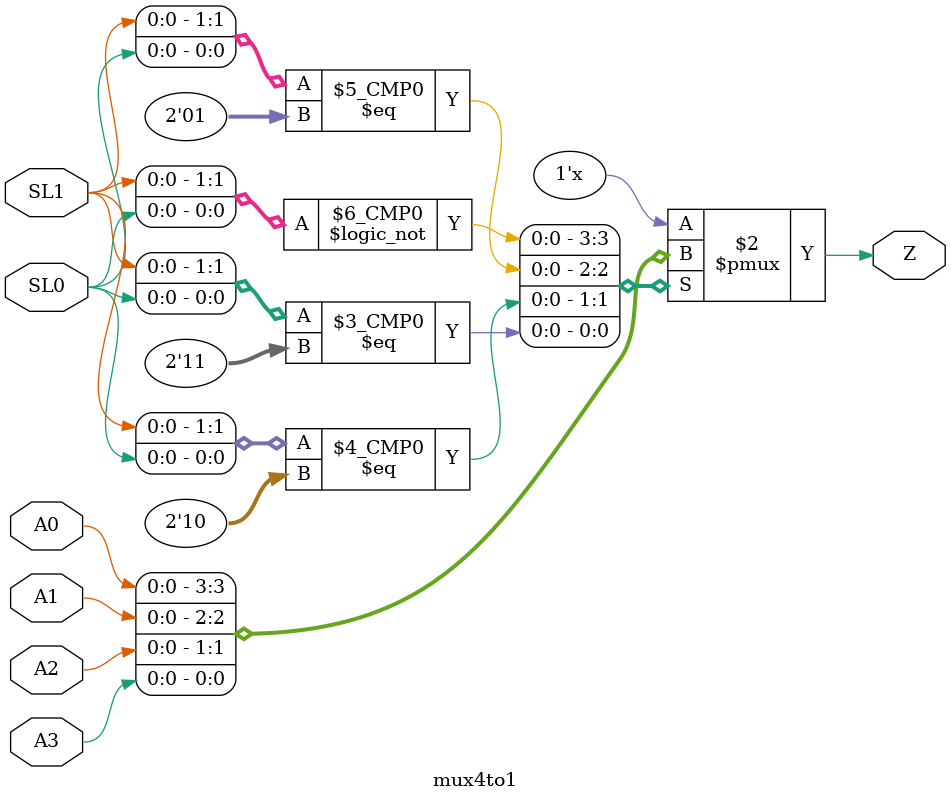
<source format=v>
`timescale 1ns/1ps 


module left_shifter_N_path 
       (
       sl_i,     // The operand that should be left shifted
       lzp,       // The amount of shifting
       sl_o      // The shift out
       );

input  [-1:52]  sl_i;
input  [ 5:0 ]  lzp;
output [-1:52]  sl_o;

wire [-1:52] sl_o ;
// ************************************
// wires to the outputs of level 1.
// ************************************
wire sl1_52, sl1_51, sl1_50, 
     sl1_49, sl1_48, sl1_47, sl1_46, sl1_45, sl1_44, sl1_43, sl1_42, sl1_41, sl1_40,
     sl1_39, sl1_38, sl1_37, sl1_36, sl1_35, sl1_34, sl1_33, sl1_32, sl1_31, sl1_30,
     sl1_29, sl1_28, sl1_27, sl1_26, sl1_25, sl1_24, sl1_23, sl1_22, sl1_21, sl1_20,
     sl1_19, sl1_18, sl1_17, sl1_16, sl1_15, sl1_14, sl1_13, sl1_12, sl1_11, sl1_10,
     sl1_9 , sl1_8 , sl1_7 , sl1_6 , sl1_5 , sl1_4 , sl1_3 , sl1_2 , sl1_1 , sl1_0 , sl1_n1;

// ************************************
// wires to the outputs of level 2.
// ************************************
wire sl2_52, sl2_51, sl2_50, 
     sl2_49, sl2_48, sl2_47, sl2_46, sl2_45, sl2_44, sl2_43, sl2_42, sl2_41, sl2_40,
     sl2_39, sl2_38, sl2_37, sl2_36, sl2_35, sl2_34, sl2_33, sl2_32, sl2_31, sl2_30,
     sl2_29, sl2_28, sl2_27, sl2_26, sl2_25, sl2_24, sl2_23, sl2_22, sl2_21, sl2_20,
     sl2_19, sl2_18, sl2_17, sl2_16, sl2_15, sl2_14, sl2_13, sl2_12, sl2_11, sl2_10,
     sl2_9 , sl2_8 , sl2_7 , sl2_6 , sl2_5 , sl2_4 , sl2_3 , sl2_2 , sl2_1 , sl2_0 , sl2_n1;
 


// ***************************
//   THE FIRST LEVEL
// ***************************
mux4to1 l1_52 (.Z(sl1_52),.SL1(lzp[1]),.SL0(lzp[0]),.A0(sl_i[52]), .A1(  1'b0  ), .A2(  1'b0  ), .A3(  1'b0  ) );
mux4to1 l1_51 (.Z(sl1_51),.SL1(lzp[1]),.SL0(lzp[0]),.A0(sl_i[51]), .A1(sl_i[52]), .A2(  1'b0  ), .A3(  1'b0  ) );
mux4to1 l1_50 (.Z(sl1_50),.SL1(lzp[1]),.SL0(lzp[0]),.A0(sl_i[50]), .A1(sl_i[51]), .A2(sl_i[52]), .A3(  1'b0  ) );
mux4to1 l1_49 (.Z(sl1_49),.SL1(lzp[1]),.SL0(lzp[0]),.A0(sl_i[49]), .A1(sl_i[50]), .A2(sl_i[51]), .A3(sl_i[52]) );
mux4to1 l1_48 (.Z(sl1_48),.SL1(lzp[1]),.SL0(lzp[0]),.A0(sl_i[48]), .A1(sl_i[49]), .A2(sl_i[50]), .A3(sl_i[51]) );
mux4to1 l1_47 (.Z(sl1_47),.SL1(lzp[1]),.SL0(lzp[0]),.A0(sl_i[47]), .A1(sl_i[48]), .A2(sl_i[49]), .A3(sl_i[50]) );
mux4to1 l1_46 (.Z(sl1_46),.SL1(lzp[1]),.SL0(lzp[0]),.A0(sl_i[46]), .A1(sl_i[47]), .A2(sl_i[48]), .A3(sl_i[49]) );
mux4to1 l1_45 (.Z(sl1_45),.SL1(lzp[1]),.SL0(lzp[0]),.A0(sl_i[45]), .A1(sl_i[46]), .A2(sl_i[47]), .A3(sl_i[48]) );
mux4to1 l1_44 (.Z(sl1_44),.SL1(lzp[1]),.SL0(lzp[0]),.A0(sl_i[44]), .A1(sl_i[45]), .A2(sl_i[46]), .A3(sl_i[47]) );
mux4to1 l1_43 (.Z(sl1_43),.SL1(lzp[1]),.SL0(lzp[0]),.A0(sl_i[43]), .A1(sl_i[44]), .A2(sl_i[45]), .A3(sl_i[46]) );
mux4to1 l1_42 (.Z(sl1_42),.SL1(lzp[1]),.SL0(lzp[0]),.A0(sl_i[42]), .A1(sl_i[43]), .A2(sl_i[44]), .A3(sl_i[45]) );
mux4to1 l1_41 (.Z(sl1_41),.SL1(lzp[1]),.SL0(lzp[0]),.A0(sl_i[41]), .A1(sl_i[42]), .A2(sl_i[43]), .A3(sl_i[44]) );
mux4to1 l1_40 (.Z(sl1_40),.SL1(lzp[1]),.SL0(lzp[0]),.A0(sl_i[40]), .A1(sl_i[41]), .A2(sl_i[42]), .A3(sl_i[43]) );

mux4to1 l1_39 (.Z(sl1_39),.SL1(lzp[1]),.SL0(lzp[0]),.A0(sl_i[39]), .A1(sl_i[40]), .A2(sl_i[41]), .A3(sl_i[42]) );
mux4to1 l1_38 (.Z(sl1_38),.SL1(lzp[1]),.SL0(lzp[0]),.A0(sl_i[38]), .A1(sl_i[39]), .A2(sl_i[40]), .A3(sl_i[41]) );
mux4to1 l1_37 (.Z(sl1_37),.SL1(lzp[1]),.SL0(lzp[0]),.A0(sl_i[37]), .A1(sl_i[38]), .A2(sl_i[39]), .A3(sl_i[40]) );
mux4to1 l1_36 (.Z(sl1_36),.SL1(lzp[1]),.SL0(lzp[0]),.A0(sl_i[36]), .A1(sl_i[37]), .A2(sl_i[38]), .A3(sl_i[39]) );
mux4to1 l1_35 (.Z(sl1_35),.SL1(lzp[1]),.SL0(lzp[0]),.A0(sl_i[35]), .A1(sl_i[36]), .A2(sl_i[37]), .A3(sl_i[38]) );
mux4to1 l1_34 (.Z(sl1_34),.SL1(lzp[1]),.SL0(lzp[0]),.A0(sl_i[34]), .A1(sl_i[35]), .A2(sl_i[36]), .A3(sl_i[37]) );
mux4to1 l1_33 (.Z(sl1_33),.SL1(lzp[1]),.SL0(lzp[0]),.A0(sl_i[33]), .A1(sl_i[34]), .A2(sl_i[35]), .A3(sl_i[36]) );
mux4to1 l1_32 (.Z(sl1_32),.SL1(lzp[1]),.SL0(lzp[0]),.A0(sl_i[32]), .A1(sl_i[33]), .A2(sl_i[34]), .A3(sl_i[35]) );
mux4to1 l1_31 (.Z(sl1_31),.SL1(lzp[1]),.SL0(lzp[0]),.A0(sl_i[31]), .A1(sl_i[32]), .A2(sl_i[33]), .A3(sl_i[34]) );
mux4to1 l1_30 (.Z(sl1_30),.SL1(lzp[1]),.SL0(lzp[0]),.A0(sl_i[30]), .A1(sl_i[31]), .A2(sl_i[32]), .A3(sl_i[33]) );

mux4to1 l1_29 (.Z(sl1_29),.SL1(lzp[1]),.SL0(lzp[0]),.A0(sl_i[29]), .A1(sl_i[30]), .A2(sl_i[31]), .A3(sl_i[32]) );
mux4to1 l1_28 (.Z(sl1_28),.SL1(lzp[1]),.SL0(lzp[0]),.A0(sl_i[28]), .A1(sl_i[29]), .A2(sl_i[30]), .A3(sl_i[31]) );
mux4to1 l1_27 (.Z(sl1_27),.SL1(lzp[1]),.SL0(lzp[0]),.A0(sl_i[27]), .A1(sl_i[28]), .A2(sl_i[29]), .A3(sl_i[30]) );
mux4to1 l1_26 (.Z(sl1_26),.SL1(lzp[1]),.SL0(lzp[0]),.A0(sl_i[26]), .A1(sl_i[27]), .A2(sl_i[28]), .A3(sl_i[29]) );
mux4to1 l1_25 (.Z(sl1_25),.SL1(lzp[1]),.SL0(lzp[0]),.A0(sl_i[25]), .A1(sl_i[26]), .A2(sl_i[27]), .A3(sl_i[28]) );
mux4to1 l1_24 (.Z(sl1_24),.SL1(lzp[1]),.SL0(lzp[0]),.A0(sl_i[24]), .A1(sl_i[25]), .A2(sl_i[26]), .A3(sl_i[27]) );
mux4to1 l1_23 (.Z(sl1_23),.SL1(lzp[1]),.SL0(lzp[0]),.A0(sl_i[23]), .A1(sl_i[24]), .A2(sl_i[25]), .A3(sl_i[26]) );
mux4to1 l1_22 (.Z(sl1_22),.SL1(lzp[1]),.SL0(lzp[0]),.A0(sl_i[22]), .A1(sl_i[23]), .A2(sl_i[24]), .A3(sl_i[25]) );
mux4to1 l1_21 (.Z(sl1_21),.SL1(lzp[1]),.SL0(lzp[0]),.A0(sl_i[21]), .A1(sl_i[22]), .A2(sl_i[23]), .A3(sl_i[24]) );
mux4to1 l1_20 (.Z(sl1_20),.SL1(lzp[1]),.SL0(lzp[0]),.A0(sl_i[20]), .A1(sl_i[21]), .A2(sl_i[22]), .A3(sl_i[23]) );

mux4to1 l1_19 (.Z(sl1_19),.SL1(lzp[1]),.SL0(lzp[0]),.A0(sl_i[19]), .A1(sl_i[20]), .A2(sl_i[21]), .A3(sl_i[22]) );
mux4to1 l1_18 (.Z(sl1_18),.SL1(lzp[1]),.SL0(lzp[0]),.A0(sl_i[18]), .A1(sl_i[19]), .A2(sl_i[20]), .A3(sl_i[21]) );
mux4to1 l1_17 (.Z(sl1_17),.SL1(lzp[1]),.SL0(lzp[0]),.A0(sl_i[17]), .A1(sl_i[18]), .A2(sl_i[19]), .A3(sl_i[20]) );
mux4to1 l1_16 (.Z(sl1_16),.SL1(lzp[1]),.SL0(lzp[0]),.A0(sl_i[16]), .A1(sl_i[17]), .A2(sl_i[18]), .A3(sl_i[19]) );
mux4to1 l1_15 (.Z(sl1_15),.SL1(lzp[1]),.SL0(lzp[0]),.A0(sl_i[15]), .A1(sl_i[16]), .A2(sl_i[17]), .A3(sl_i[18]) );
mux4to1 l1_14 (.Z(sl1_14),.SL1(lzp[1]),.SL0(lzp[0]),.A0(sl_i[14]), .A1(sl_i[15]), .A2(sl_i[16]), .A3(sl_i[17]) );
mux4to1 l1_13 (.Z(sl1_13),.SL1(lzp[1]),.SL0(lzp[0]),.A0(sl_i[13]), .A1(sl_i[14]), .A2(sl_i[15]), .A3(sl_i[16]) );
mux4to1 l1_12 (.Z(sl1_12),.SL1(lzp[1]),.SL0(lzp[0]),.A0(sl_i[12]), .A1(sl_i[13]), .A2(sl_i[14]), .A3(sl_i[15]) );
mux4to1 l1_11 (.Z(sl1_11),.SL1(lzp[1]),.SL0(lzp[0]),.A0(sl_i[11]), .A1(sl_i[12]), .A2(sl_i[13]), .A3(sl_i[14]) );
mux4to1 l1_10 (.Z(sl1_10),.SL1(lzp[1]),.SL0(lzp[0]),.A0(sl_i[10]), .A1(sl_i[11]), .A2(sl_i[12]), .A3(sl_i[13]) );

mux4to1 l1_9  (.Z(sl1_9 ),.SL1(lzp[1]),.SL0(lzp[0]),.A0(sl_i[9] ), .A1(sl_i[10]), .A2(sl_i[11]), .A3(sl_i[12]) );
mux4to1 l1_8  (.Z(sl1_8 ),.SL1(lzp[1]),.SL0(lzp[0]),.A0(sl_i[8] ), .A1(sl_i[9] ), .A2(sl_i[10]), .A3(sl_i[11]) );
mux4to1 l1_7  (.Z(sl1_7 ),.SL1(lzp[1]),.SL0(lzp[0]),.A0(sl_i[7] ), .A1(sl_i[8] ), .A2(sl_i[9] ), .A3(sl_i[10]) );
mux4to1 l1_6  (.Z(sl1_6 ),.SL1(lzp[1]),.SL0(lzp[0]),.A0(sl_i[6] ), .A1(sl_i[7] ), .A2(sl_i[8] ), .A3(sl_i[9] ) );
mux4to1 l1_5  (.Z(sl1_5 ),.SL1(lzp[1]),.SL0(lzp[0]),.A0(sl_i[5] ), .A1(sl_i[6] ), .A2(sl_i[7] ), .A3(sl_i[8] ) );
mux4to1 l1_4  (.Z(sl1_4 ),.SL1(lzp[1]),.SL0(lzp[0]),.A0(sl_i[4] ), .A1(sl_i[5] ), .A2(sl_i[6] ), .A3(sl_i[7] ) );
mux4to1 l1_3  (.Z(sl1_3 ),.SL1(lzp[1]),.SL0(lzp[0]),.A0(sl_i[3] ), .A1(sl_i[4] ), .A2(sl_i[5] ), .A3(sl_i[6] ) );
mux4to1 l1_2  (.Z(sl1_2 ),.SL1(lzp[1]),.SL0(lzp[0]),.A0(sl_i[2] ), .A1(sl_i[3] ), .A2(sl_i[4] ), .A3(sl_i[5] ) );
mux4to1 l1_1  (.Z(sl1_1 ),.SL1(lzp[1]),.SL0(lzp[0]),.A0(sl_i[1] ), .A1(sl_i[2] ), .A2(sl_i[3] ), .A3(sl_i[4] ) );
mux4to1 l1_0  (.Z(sl1_0 ),.SL1(lzp[1]),.SL0(lzp[0]),.A0(sl_i[0] ), .A1(sl_i[1] ), .A2(sl_i[2] ), .A3(sl_i[3] ) );
mux4to1 l1_n1 (.Z(sl1_n1),.SL1(lzp[1]),.SL0(lzp[0]),.A0(sl_i[-1]), .A1(sl_i[0] ), .A2(sl_i[1] ), .A3(sl_i[2] ) );




// ***************************
//   THE SECOND LEVEL
// ***************************
mux4to1 l2_52 (.Z(sl2_52),.SL1(lzp[3]),.SL0(lzp[2]),.A0(sl1_52), .A1( 1'b0 ), .A2( 1'b0 ), .A3( 1'b0 ) );
mux4to1 l2_51 (.Z(sl2_51),.SL1(lzp[3]),.SL0(lzp[2]),.A0(sl1_51), .A1( 1'b0 ), .A2( 1'b0 ), .A3( 1'b0 ) );
mux4to1 l2_50 (.Z(sl2_50),.SL1(lzp[3]),.SL0(lzp[2]),.A0(sl1_50), .A1( 1'b0 ), .A2( 1'b0 ), .A3( 1'b0 ) );
mux4to1 l2_49 (.Z(sl2_49),.SL1(lzp[3]),.SL0(lzp[2]),.A0(sl1_49), .A1( 1'b0 ), .A2( 1'b0 ), .A3( 1'b0 ) );
mux4to1 l2_48 (.Z(sl2_48),.SL1(lzp[3]),.SL0(lzp[2]),.A0(sl1_48), .A1(sl1_52), .A2( 1'b0 ), .A3( 1'b0 ) );
mux4to1 l2_47 (.Z(sl2_47),.SL1(lzp[3]),.SL0(lzp[2]),.A0(sl1_47), .A1(sl1_51), .A2( 1'b0 ), .A3( 1'b0 ) );
mux4to1 l2_46 (.Z(sl2_46),.SL1(lzp[3]),.SL0(lzp[2]),.A0(sl1_46), .A1(sl1_50), .A2( 1'b0 ), .A3( 1'b0 ) );
mux4to1 l2_45 (.Z(sl2_45),.SL1(lzp[3]),.SL0(lzp[2]),.A0(sl1_45), .A1(sl1_49), .A2( 1'b0 ), .A3( 1'b0 ) );
mux4to1 l2_44 (.Z(sl2_44),.SL1(lzp[3]),.SL0(lzp[2]),.A0(sl1_44), .A1(sl1_48), .A2(sl1_52), .A3( 1'b0 ) );
mux4to1 l2_43 (.Z(sl2_43),.SL1(lzp[3]),.SL0(lzp[2]),.A0(sl1_43), .A1(sl1_47), .A2(sl1_51), .A3( 1'b0 ) );
mux4to1 l2_42 (.Z(sl2_42),.SL1(lzp[3]),.SL0(lzp[2]),.A0(sl1_42), .A1(sl1_46), .A2(sl1_50), .A3( 1'b0 ) );
mux4to1 l2_41 (.Z(sl2_41),.SL1(lzp[3]),.SL0(lzp[2]),.A0(sl1_41), .A1(sl1_45), .A2(sl1_49), .A3( 1'b0 ) );
mux4to1 l2_40 (.Z(sl2_40),.SL1(lzp[3]),.SL0(lzp[2]),.A0(sl1_40), .A1(sl1_44), .A2(sl1_48), .A3(sl1_52) );

mux4to1 l2_39 (.Z(sl2_39),.SL1(lzp[3]),.SL0(lzp[2]),.A0(sl1_39), .A1(sl1_43), .A2(sl1_47), .A3(sl1_51) );
mux4to1 l2_38 (.Z(sl2_38),.SL1(lzp[3]),.SL0(lzp[2]),.A0(sl1_38), .A1(sl1_42), .A2(sl1_46), .A3(sl1_50) );
mux4to1 l2_37 (.Z(sl2_37),.SL1(lzp[3]),.SL0(lzp[2]),.A0(sl1_37), .A1(sl1_41), .A2(sl1_45), .A3(sl1_49) );
mux4to1 l2_36 (.Z(sl2_36),.SL1(lzp[3]),.SL0(lzp[2]),.A0(sl1_36), .A1(sl1_40), .A2(sl1_44), .A3(sl1_48) );
mux4to1 l2_35 (.Z(sl2_35),.SL1(lzp[3]),.SL0(lzp[2]),.A0(sl1_35), .A1(sl1_39), .A2(sl1_43), .A3(sl1_47) );
mux4to1 l2_34 (.Z(sl2_34),.SL1(lzp[3]),.SL0(lzp[2]),.A0(sl1_34), .A1(sl1_38), .A2(sl1_42), .A3(sl1_46) );
mux4to1 l2_33 (.Z(sl2_33),.SL1(lzp[3]),.SL0(lzp[2]),.A0(sl1_33), .A1(sl1_37), .A2(sl1_41), .A3(sl1_45) );
mux4to1 l2_32 (.Z(sl2_32),.SL1(lzp[3]),.SL0(lzp[2]),.A0(sl1_32), .A1(sl1_36), .A2(sl1_40), .A3(sl1_44) );
mux4to1 l2_31 (.Z(sl2_31),.SL1(lzp[3]),.SL0(lzp[2]),.A0(sl1_31), .A1(sl1_35), .A2(sl1_39), .A3(sl1_43) );
mux4to1 l2_30 (.Z(sl2_30),.SL1(lzp[3]),.SL0(lzp[2]),.A0(sl1_30), .A1(sl1_34), .A2(sl1_38), .A3(sl1_42) );

mux4to1 l2_29 (.Z(sl2_29),.SL1(lzp[3]),.SL0(lzp[2]),.A0(sl1_29), .A1(sl1_33), .A2(sl1_37), .A3(sl1_41) );
mux4to1 l2_28 (.Z(sl2_28),.SL1(lzp[3]),.SL0(lzp[2]),.A0(sl1_28), .A1(sl1_32), .A2(sl1_36), .A3(sl1_40) );
mux4to1 l2_27 (.Z(sl2_27),.SL1(lzp[3]),.SL0(lzp[2]),.A0(sl1_27), .A1(sl1_31), .A2(sl1_35), .A3(sl1_39) );
mux4to1 l2_26 (.Z(sl2_26),.SL1(lzp[3]),.SL0(lzp[2]),.A0(sl1_26), .A1(sl1_30), .A2(sl1_34), .A3(sl1_38) );
mux4to1 l2_25 (.Z(sl2_25),.SL1(lzp[3]),.SL0(lzp[2]),.A0(sl1_25), .A1(sl1_29), .A2(sl1_33), .A3(sl1_37) );
mux4to1 l2_24 (.Z(sl2_24),.SL1(lzp[3]),.SL0(lzp[2]),.A0(sl1_24), .A1(sl1_28), .A2(sl1_32), .A3(sl1_36) );
mux4to1 l2_23 (.Z(sl2_23),.SL1(lzp[3]),.SL0(lzp[2]),.A0(sl1_23), .A1(sl1_27), .A2(sl1_31), .A3(sl1_35) );
mux4to1 l2_22 (.Z(sl2_22),.SL1(lzp[3]),.SL0(lzp[2]),.A0(sl1_22), .A1(sl1_26), .A2(sl1_30), .A3(sl1_34) );
mux4to1 l2_21 (.Z(sl2_21),.SL1(lzp[3]),.SL0(lzp[2]),.A0(sl1_21), .A1(sl1_25), .A2(sl1_29), .A3(sl1_33) );
mux4to1 l2_20 (.Z(sl2_20),.SL1(lzp[3]),.SL0(lzp[2]),.A0(sl1_20), .A1(sl1_24), .A2(sl1_28), .A3(sl1_32) );

mux4to1 l2_19 (.Z(sl2_19),.SL1(lzp[3]),.SL0(lzp[2]),.A0(sl1_19), .A1(sl1_23), .A2(sl1_27), .A3(sl1_31) );
mux4to1 l2_18 (.Z(sl2_18),.SL1(lzp[3]),.SL0(lzp[2]),.A0(sl1_18), .A1(sl1_22), .A2(sl1_26), .A3(sl1_30) );
mux4to1 l2_17 (.Z(sl2_17),.SL1(lzp[3]),.SL0(lzp[2]),.A0(sl1_17), .A1(sl1_21), .A2(sl1_25), .A3(sl1_29) );
mux4to1 l2_16 (.Z(sl2_16),.SL1(lzp[3]),.SL0(lzp[2]),.A0(sl1_16), .A1(sl1_20), .A2(sl1_24), .A3(sl1_28) );
mux4to1 l2_15 (.Z(sl2_15),.SL1(lzp[3]),.SL0(lzp[2]),.A0(sl1_15), .A1(sl1_19), .A2(sl1_23), .A3(sl1_27) );
mux4to1 l2_14 (.Z(sl2_14),.SL1(lzp[3]),.SL0(lzp[2]),.A0(sl1_14), .A1(sl1_18), .A2(sl1_22), .A3(sl1_26) );
mux4to1 l2_13 (.Z(sl2_13),.SL1(lzp[3]),.SL0(lzp[2]),.A0(sl1_13), .A1(sl1_17), .A2(sl1_21), .A3(sl1_25) );
mux4to1 l2_12 (.Z(sl2_12),.SL1(lzp[3]),.SL0(lzp[2]),.A0(sl1_12), .A1(sl1_16), .A2(sl1_20), .A3(sl1_24) );
mux4to1 l2_11 (.Z(sl2_11),.SL1(lzp[3]),.SL0(lzp[2]),.A0(sl1_11), .A1(sl1_15), .A2(sl1_19), .A3(sl1_23) );
mux4to1 l2_10 (.Z(sl2_10),.SL1(lzp[3]),.SL0(lzp[2]),.A0(sl1_10), .A1(sl1_14), .A2(sl1_18), .A3(sl1_22) );

mux4to1 l2_9  (.Z(sl2_9 ),.SL1(lzp[3]),.SL0(lzp[2]),.A0(sl1_9 ), .A1(sl1_13), .A2(sl1_17), .A3(sl1_21) );
mux4to1 l2_8  (.Z(sl2_8 ),.SL1(lzp[3]),.SL0(lzp[2]),.A0(sl1_8 ), .A1(sl1_12), .A2(sl1_16), .A3(sl1_20) );
mux4to1 l2_7  (.Z(sl2_7 ),.SL1(lzp[3]),.SL0(lzp[2]),.A0(sl1_7 ), .A1(sl1_11), .A2(sl1_15), .A3(sl1_19) );
mux4to1 l2_6  (.Z(sl2_6 ),.SL1(lzp[3]),.SL0(lzp[2]),.A0(sl1_6 ), .A1(sl1_10), .A2(sl1_14), .A3(sl1_18) );
mux4to1 l2_5  (.Z(sl2_5 ),.SL1(lzp[3]),.SL0(lzp[2]),.A0(sl1_5 ), .A1(sl1_9 ), .A2(sl1_13), .A3(sl1_17) );
mux4to1 l2_4  (.Z(sl2_4 ),.SL1(lzp[3]),.SL0(lzp[2]),.A0(sl1_4 ), .A1(sl1_8 ), .A2(sl1_12), .A3(sl1_16) );
mux4to1 l2_3  (.Z(sl2_3 ),.SL1(lzp[3]),.SL0(lzp[2]),.A0(sl1_3 ), .A1(sl1_7 ), .A2(sl1_11), .A3(sl1_15) );
mux4to1 l2_2  (.Z(sl2_2 ),.SL1(lzp[3]),.SL0(lzp[2]),.A0(sl1_2 ), .A1(sl1_6 ), .A2(sl1_10), .A3(sl1_14) );
mux4to1 l2_1  (.Z(sl2_1 ),.SL1(lzp[3]),.SL0(lzp[2]),.A0(sl1_1 ), .A1(sl1_5 ), .A2(sl1_9 ), .A3(sl1_13) );
mux4to1 l2_0  (.Z(sl2_0 ),.SL1(lzp[3]),.SL0(lzp[2]),.A0(sl1_0 ), .A1(sl1_4 ), .A2(sl1_8 ), .A3(sl1_12) );
mux4to1 l2_n1 (.Z(sl2_n1),.SL1(lzp[3]),.SL0(lzp[2]),.A0(sl1_n1), .A1(sl1_3 ), .A2(sl1_7 ), .A3(sl1_11) );



// ***************************
//   THE SECOND LEVEL
// ***************************
mux4to1 l3_52 (.Z(sl_o[52]),.SL1(lzp[5]),.SL0(lzp[4]),.A0(sl2_52), .A1( 1'b0 ), .A2( 1'b0 ), .A3( 1'b0 ) );
mux4to1 l3_51 (.Z(sl_o[51]),.SL1(lzp[5]),.SL0(lzp[4]),.A0(sl2_51), .A1( 1'b0 ), .A2( 1'b0 ), .A3( 1'b0 ) );
mux4to1 l3_50 (.Z(sl_o[50]),.SL1(lzp[5]),.SL0(lzp[4]),.A0(sl2_50), .A1( 1'b0 ), .A2( 1'b0 ), .A3( 1'b0 ) );
mux4to1 l3_49 (.Z(sl_o[49]),.SL1(lzp[5]),.SL0(lzp[4]),.A0(sl2_49), .A1( 1'b0 ), .A2( 1'b0 ), .A3( 1'b0 ) );
mux4to1 l3_48 (.Z(sl_o[48]),.SL1(lzp[5]),.SL0(lzp[4]),.A0(sl2_48), .A1( 1'b0 ), .A2( 1'b0 ), .A3( 1'b0 ) );
mux4to1 l3_47 (.Z(sl_o[47]),.SL1(lzp[5]),.SL0(lzp[4]),.A0(sl2_47), .A1( 1'b0 ), .A2( 1'b0 ), .A3( 1'b0 ) );
mux4to1 l3_46 (.Z(sl_o[46]),.SL1(lzp[5]),.SL0(lzp[4]),.A0(sl2_46), .A1( 1'b0 ), .A2( 1'b0 ), .A3( 1'b0 ) );
mux4to1 l3_45 (.Z(sl_o[45]),.SL1(lzp[5]),.SL0(lzp[4]),.A0(sl2_45), .A1( 1'b0 ), .A2( 1'b0 ), .A3( 1'b0 ) );
mux4to1 l3_44 (.Z(sl_o[44]),.SL1(lzp[5]),.SL0(lzp[4]),.A0(sl2_44), .A1( 1'b0 ), .A2( 1'b0 ), .A3( 1'b0 ) );
mux4to1 l3_43 (.Z(sl_o[43]),.SL1(lzp[5]),.SL0(lzp[4]),.A0(sl2_43), .A1( 1'b0 ), .A2( 1'b0 ), .A3( 1'b0 ) );
mux4to1 l3_42 (.Z(sl_o[42]),.SL1(lzp[5]),.SL0(lzp[4]),.A0(sl2_42), .A1( 1'b0 ), .A2( 1'b0 ), .A3( 1'b0 ) );
mux4to1 l3_41 (.Z(sl_o[41]),.SL1(lzp[5]),.SL0(lzp[4]),.A0(sl2_41), .A1( 1'b0 ), .A2( 1'b0 ), .A3( 1'b0 ) );
mux4to1 l3_40 (.Z(sl_o[40]),.SL1(lzp[5]),.SL0(lzp[4]),.A0(sl2_40), .A1( 1'b0 ), .A2( 1'b0 ), .A3( 1'b0 ) );

mux4to1 l3_39 (.Z(sl_o[39]),.SL1(lzp[5]),.SL0(lzp[4]),.A0(sl2_39), .A1( 1'b0 ), .A2( 1'b0 ), .A3( 1'b0 ) );
mux4to1 l3_38 (.Z(sl_o[38]),.SL1(lzp[5]),.SL0(lzp[4]),.A0(sl2_38), .A1( 1'b0 ), .A2( 1'b0 ), .A3( 1'b0 ) );
mux4to1 l3_37 (.Z(sl_o[37]),.SL1(lzp[5]),.SL0(lzp[4]),.A0(sl2_37), .A1( 1'b0 ), .A2( 1'b0 ), .A3( 1'b0 ) );
mux4to1 l3_36 (.Z(sl_o[36]),.SL1(lzp[5]),.SL0(lzp[4]),.A0(sl2_36), .A1(sl2_52), .A2( 1'b0 ), .A3( 1'b0 ) );
mux4to1 l3_35 (.Z(sl_o[35]),.SL1(lzp[5]),.SL0(lzp[4]),.A0(sl2_35), .A1(sl2_51), .A2( 1'b0 ), .A3( 1'b0 ) );
mux4to1 l3_34 (.Z(sl_o[34]),.SL1(lzp[5]),.SL0(lzp[4]),.A0(sl2_34), .A1(sl2_50), .A2( 1'b0 ), .A3( 1'b0 ) );
mux4to1 l3_33 (.Z(sl_o[33]),.SL1(lzp[5]),.SL0(lzp[4]),.A0(sl2_33), .A1(sl2_49), .A2( 1'b0 ), .A3( 1'b0 ) );
mux4to1 l3_32 (.Z(sl_o[32]),.SL1(lzp[5]),.SL0(lzp[4]),.A0(sl2_32), .A1(sl2_48), .A2( 1'b0 ), .A3( 1'b0 ) );
mux4to1 l3_31 (.Z(sl_o[31]),.SL1(lzp[5]),.SL0(lzp[4]),.A0(sl2_31), .A1(sl2_47), .A2( 1'b0 ), .A3( 1'b0 ) );
mux4to1 l3_30 (.Z(sl_o[30]),.SL1(lzp[5]),.SL0(lzp[4]),.A0(sl2_30), .A1(sl2_46), .A2( 1'b0 ), .A3( 1'b0 ) );

mux4to1 l3_29 (.Z(sl_o[29]),.SL1(lzp[5]),.SL0(lzp[4]),.A0(sl2_29), .A1(sl2_45), .A2( 1'b0 ), .A3( 1'b0 ) );
mux4to1 l3_28 (.Z(sl_o[28]),.SL1(lzp[5]),.SL0(lzp[4]),.A0(sl2_28), .A1(sl2_44), .A2( 1'b0 ), .A3( 1'b0 ) );
mux4to1 l3_27 (.Z(sl_o[27]),.SL1(lzp[5]),.SL0(lzp[4]),.A0(sl2_27), .A1(sl2_43), .A2( 1'b0 ), .A3( 1'b0 ) );
mux4to1 l3_26 (.Z(sl_o[26]),.SL1(lzp[5]),.SL0(lzp[4]),.A0(sl2_26), .A1(sl2_42), .A2( 1'b0 ), .A3( 1'b0 ) );
mux4to1 l3_25 (.Z(sl_o[25]),.SL1(lzp[5]),.SL0(lzp[4]),.A0(sl2_25), .A1(sl2_41), .A2( 1'b0 ), .A3( 1'b0 ) );
mux4to1 l3_24 (.Z(sl_o[24]),.SL1(lzp[5]),.SL0(lzp[4]),.A0(sl2_24), .A1(sl2_40), .A2( 1'b0 ), .A3( 1'b0 ) );
mux4to1 l3_23 (.Z(sl_o[23]),.SL1(lzp[5]),.SL0(lzp[4]),.A0(sl2_23), .A1(sl2_39), .A2( 1'b0 ), .A3( 1'b0 ) );
mux4to1 l3_22 (.Z(sl_o[22]),.SL1(lzp[5]),.SL0(lzp[4]),.A0(sl2_22), .A1(sl2_38), .A2( 1'b0 ), .A3( 1'b0 ) );
mux4to1 l3_21 (.Z(sl_o[21]),.SL1(lzp[5]),.SL0(lzp[4]),.A0(sl2_21), .A1(sl2_37), .A2( 1'b0 ), .A3( 1'b0 ) );
mux4to1 l3_20 (.Z(sl_o[20]),.SL1(lzp[5]),.SL0(lzp[4]),.A0(sl2_20), .A1(sl2_36), .A2(sl2_52), .A3( 1'b0 ) );

mux4to1 l3_19 (.Z(sl_o[19]),.SL1(lzp[5]),.SL0(lzp[4]),.A0(sl2_19), .A1(sl2_35), .A2(sl2_51), .A3( 1'b0 ) );
mux4to1 l3_18 (.Z(sl_o[18]),.SL1(lzp[5]),.SL0(lzp[4]),.A0(sl2_18), .A1(sl2_34), .A2(sl2_50), .A3( 1'b0 ) );
mux4to1 l3_17 (.Z(sl_o[17]),.SL1(lzp[5]),.SL0(lzp[4]),.A0(sl2_17), .A1(sl2_33), .A2(sl2_49), .A3( 1'b0 ) );
mux4to1 l3_16 (.Z(sl_o[16]),.SL1(lzp[5]),.SL0(lzp[4]),.A0(sl2_16), .A1(sl2_32), .A2(sl2_48), .A3( 1'b0 ) );
mux4to1 l3_15 (.Z(sl_o[15]),.SL1(lzp[5]),.SL0(lzp[4]),.A0(sl2_15), .A1(sl2_31), .A2(sl2_47), .A3( 1'b0 ) );
mux4to1 l3_14 (.Z(sl_o[14]),.SL1(lzp[5]),.SL0(lzp[4]),.A0(sl2_14), .A1(sl2_30), .A2(sl2_46), .A3( 1'b0 ) );
mux4to1 l3_13 (.Z(sl_o[13]),.SL1(lzp[5]),.SL0(lzp[4]),.A0(sl2_13), .A1(sl2_29), .A2(sl2_45), .A3( 1'b0 ) );
mux4to1 l3_12 (.Z(sl_o[12]),.SL1(lzp[5]),.SL0(lzp[4]),.A0(sl2_12), .A1(sl2_28), .A2(sl2_44), .A3( 1'b0 ) );
mux4to1 l3_11 (.Z(sl_o[11]),.SL1(lzp[5]),.SL0(lzp[4]),.A0(sl2_11), .A1(sl2_27), .A2(sl2_43), .A3( 1'b0 ) );
mux4to1 l3_10 (.Z(sl_o[10]),.SL1(lzp[5]),.SL0(lzp[4]),.A0(sl2_10), .A1(sl2_26), .A2(sl2_42), .A3( 1'b0 ) );

mux4to1 l3_9  (.Z(sl_o[9] ),.SL1(lzp[5]),.SL0(lzp[4]),.A0(sl2_9 ), .A1(sl2_25), .A2(sl2_41), .A3( 1'b0 ) );
mux4to1 l3_8  (.Z(sl_o[8] ),.SL1(lzp[5]),.SL0(lzp[4]),.A0(sl2_8 ), .A1(sl2_24), .A2(sl2_40), .A3( 1'b0 ) );
mux4to1 l3_7  (.Z(sl_o[7] ),.SL1(lzp[5]),.SL0(lzp[4]),.A0(sl2_7 ), .A1(sl2_23), .A2(sl2_39), .A3( 1'b0 ) );
mux4to1 l3_6  (.Z(sl_o[6] ),.SL1(lzp[5]),.SL0(lzp[4]),.A0(sl2_6 ), .A1(sl2_22), .A2(sl2_38), .A3( 1'b0 ) );
mux4to1 l3_5  (.Z(sl_o[5] ),.SL1(lzp[5]),.SL0(lzp[4]),.A0(sl2_5 ), .A1(sl2_21), .A2(sl2_37), .A3( 1'b0 ) );
mux4to1 l3_4  (.Z(sl_o[4] ),.SL1(lzp[5]),.SL0(lzp[4]),.A0(sl2_4 ), .A1(sl2_20), .A2(sl2_36), .A3(sl2_52) );
mux4to1 l3_3  (.Z(sl_o[3] ),.SL1(lzp[5]),.SL0(lzp[4]),.A0(sl2_3 ), .A1(sl2_19), .A2(sl2_35), .A3(sl2_51) );
mux4to1 l3_2  (.Z(sl_o[2] ),.SL1(lzp[5]),.SL0(lzp[4]),.A0(sl2_2 ), .A1(sl2_18), .A2(sl2_34), .A3(sl2_50) );
mux4to1 l3_1  (.Z(sl_o[1] ),.SL1(lzp[5]),.SL0(lzp[4]),.A0(sl2_1 ), .A1(sl2_17), .A2(sl2_33), .A3(sl2_49) );
mux4to1 l3_0  (.Z(sl_o[0] ),.SL1(lzp[5]),.SL0(lzp[4]),.A0(sl2_0 ), .A1(sl2_16), .A2(sl2_32), .A3(sl2_48) );
mux4to1 l3_n1 (.Z(sl_o[-1]),.SL1(lzp[5]),.SL0(lzp[4]),.A0(sl2_n1), .A1(sl2_15), .A2(sl2_31), .A3(sl2_47) );



endmodule 


// ***************************************
// MUX 4 to 1
// ***************************************
module mux4to1 (
         A0,
         A1,
         A2,
         A3,
	 SL1,
	 SL0,
	 Z
	 );

input    A0;
input    A1;
input    A2;
input    A3;
input	 SL1;
input	 SL0;
output   Z;

reg Z;

always @(A0 or A1 or A2 or A3 or SL1 or SL0 )
   begin
     case({SL1,SL0}) // synopsys parallel_case full_case
       2'b00 : Z = A0 ;
       2'b01 : Z = A1 ;
       2'b10 : Z = A2 ;
       2'b11 : Z = A3 ;
       default : Z = 1'bX ;
     endcase
   end



endmodule

</source>
